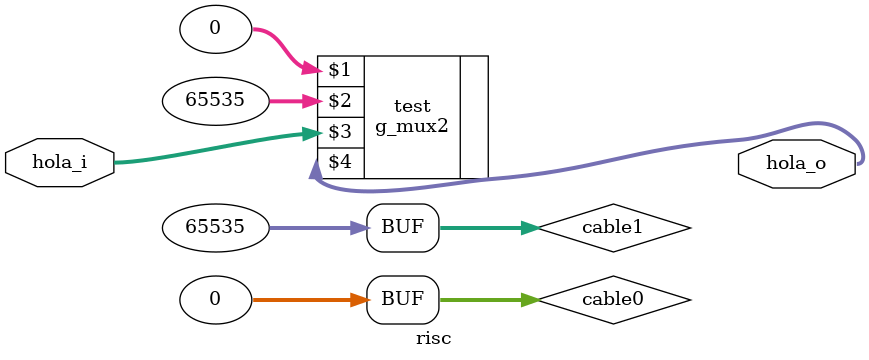
<source format=v>
module risc(
	input [1:0] hola_i,
	output reg [31:0] hola_o
);
	wire [31:0] cable0;
	wire [31:0] cable1;
	assign cable0=32'h0000;
	assign cable1=32'hffff;
	
	g_mux2 test(cable0,cable1,hola_i,hola_o);

	/*
	always @(hola_i)begin
		hola_o <= 2'b00;
	end
	*/

endmodule
</source>
